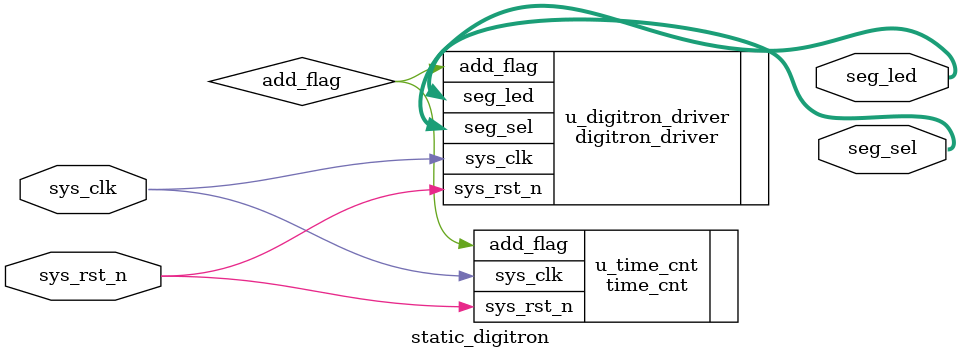
<source format=v>
`timescale 1ns / 1ps


module static_digitron(
    input           sys_clk,
    input           sys_rst_n,

    output [5:0]    seg_sel,
    output [7:0]    seg_led
);

parameter TIME_SHOW = 25'd2500_0000;
wire  add_flag;

digitron_driver u_digitron_driver(
    .sys_clk        (sys_clk),
    .sys_rst_n      (sys_rst_n),
    .add_flag       (add_flag),

    .seg_sel        (seg_sel),
    .seg_led        (seg_led)
);

time_cnt #(
    .MAX_CNT        (TIME_SHOW)
) u_time_cnt(
    .sys_clk        (sys_clk),
    .sys_rst_n      (sys_rst_n),
    
    .add_flag       (add_flag)    
);

endmodule

</source>
